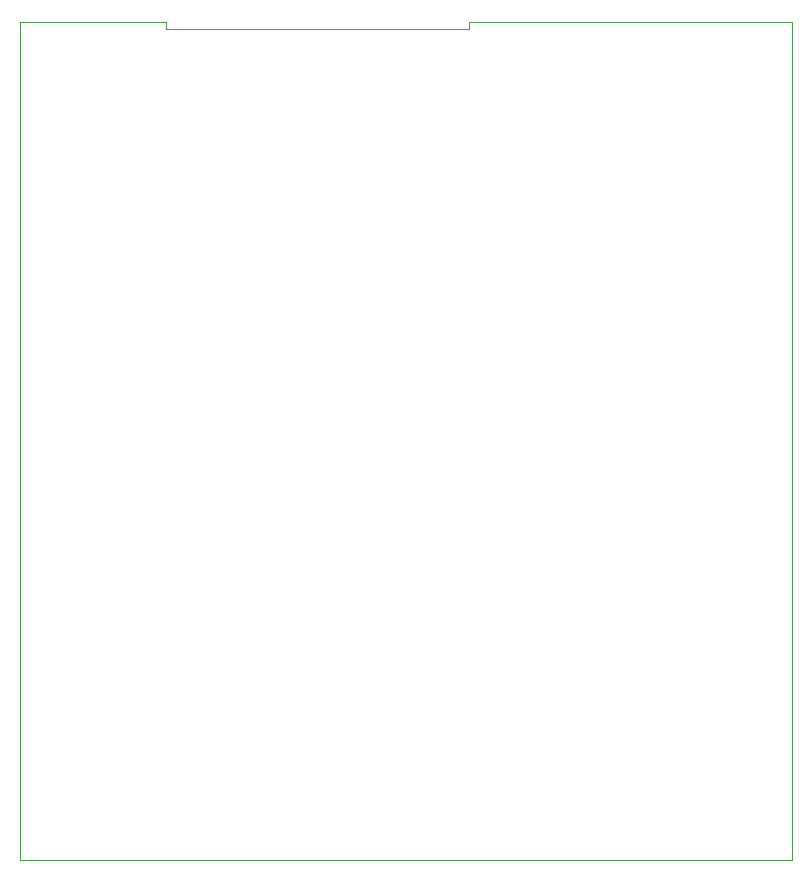
<source format=gm1>
G04 #@! TF.GenerationSoftware,KiCad,Pcbnew,6.0.11-2627ca5db0~126~ubuntu20.04.1*
G04 #@! TF.CreationDate,2023-02-17T07:43:56+01:00*
G04 #@! TF.ProjectId,C3-27-epaper-touch,43332d32-372d-4657-9061-7065722d746f,rev?*
G04 #@! TF.SameCoordinates,Original*
G04 #@! TF.FileFunction,Profile,NP*
%FSLAX46Y46*%
G04 Gerber Fmt 4.6, Leading zero omitted, Abs format (unit mm)*
G04 Created by KiCad (PCBNEW 6.0.11-2627ca5db0~126~ubuntu20.04.1) date 2023-02-17 07:43:56*
%MOMM*%
%LPD*%
G01*
G04 APERTURE LIST*
G04 #@! TA.AperFunction,Profile*
%ADD10C,0.100000*%
G04 #@! TD*
G04 APERTURE END LIST*
D10*
X117200000Y-55000000D02*
X104800000Y-55000000D01*
X142820000Y-55000000D02*
X170200000Y-55000000D01*
X117200000Y-55600000D02*
X142820000Y-55600000D01*
X104800000Y-126000000D02*
X170200000Y-126000000D01*
X170200000Y-126000000D02*
X170200000Y-55000000D01*
X104800000Y-55000000D02*
X104800000Y-126000000D01*
X142820000Y-55600000D02*
X142820000Y-55000000D01*
X117200000Y-55000000D02*
X117200000Y-55600000D01*
M02*

</source>
